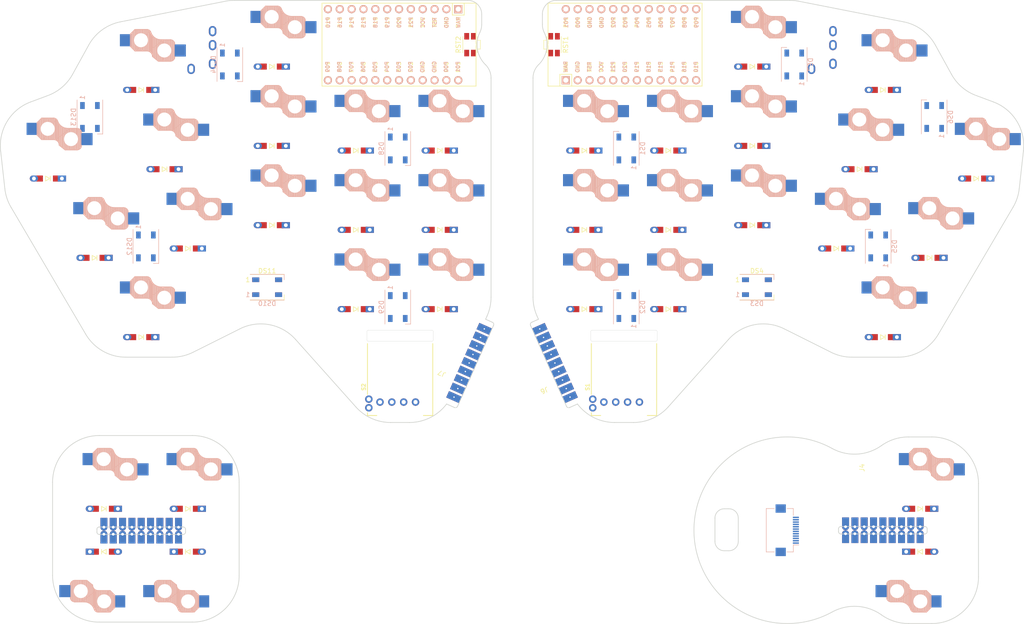
<source format=kicad_pcb>
(kicad_pcb (version 20211014) (generator pcbnew)
  (title_block (title "mainpcb") (rev "v1.0.0") (company "Unknown"))
  (layers (0 "F.Cu" signal) (31 "B.Cu" signal) (34 "B.Paste" user) (35 "F.Paste" user) (36 "B.SilkS" user "B.Silkscreen") (37 "F.SilkS" user "F.Silkscreen") (38 "B.Mask" user) (39 "F.Mask" user) (44 "Edge.Cuts" user))
  (net 0 "")
  (net 1 "far_bottom")
  (net 2 "C1")
  (net 3 "R3")
  (net 4 "far_home")
  (net 5 "R2")
  (net 6 "far_top")
  (net 7 "R1")
  (net 8 "index_bottom")
  (net 9 "C2")
  (net 10 "index_home")
  (net 11 "index_top")
  (net 12 "middle_bottom")
  (net 13 "C3")
  (net 14 "middle_home")
  (net 15 "middle_top")
  (net 16 "ring_bottom")
  (net 17 "C4")
  (net 18 "ring_home")
  (net 19 "ring_top")
  (net 20 "pinkie_bottom")
  (net 21 "C5")
  (net 22 "pinkie_home")
  (net 23 "pinkie_top")
  (net 24 "c1_r1")
  (net 25 "R4")
  (net 26 "c2_r1")
  (net 27 "mirror_far_bottom")
  (net 28 "R3_left")
  (net 29 "mirror_far_home")
  (net 30 "R2_left")
  (net 31 "mirror_far_top")
  (net 32 "R1_left")
  (net 33 "mirror_index_bottom")
  (net 34 "mirror_index_home")
  (net 35 "mirror_index_top")
  (net 36 "mirror_middle_bottom")
  (net 37 "mirror_middle_home")
  (net 38 "mirror_middle_top")
  (net 39 "mirror_ring_bottom")
  (net 40 "mirror_ring_home")
  (net 41 "mirror_ring_top")
  (net 42 "mirror_pinkie_bottom")
  (net 43 "mirror_pinkie_home")
  (net 44 "mirror_pinkie_top")
  (net 45 "mirror_c1_r1")
  (net 46 "R4_left")
  (net 47 "mirror_c1_r2")
  (net 48 "R5_left")
  (net 49 "mirror_c2_r1")
  (net 50 "mirror_c2_r2")
  (net 51 "GND")
  (net 52 "RST")
  (net 53 "VCC")
  (net 54 "TRRS_A")
  (net 55 "TRRS_B")
  (net 56 "rgb_ug1_in")
  (net 57 "rgb_ug1_out")
  (net 58 "rgb_ug2_out")
  (net 59 "rgb_ug3_out")
  (net 60 "rgb_palm_out")
  (net 61 "rgb_ug4_out")
  (net 62 "rgb_ug5_out")
  (net 63 "rgb_ug6_out")
  (net 64 "scroll_switch")
  (net 65 "scroll_r1")
  (net 66 "scroll_r2")
  (net 67 "SDA")
  (net 68 "SCL")
  (net 69 "R5")
  (footprint "LED_SMD:LED_WS2812B_PLCC4_5.0x5.0mm_P3.2mm" (layer "F.Cu") (at -50 0)
    (fp_text reference "DS11")
    (fp_text value "WS2812b")
  )
  (footprint "Library:PG1350" (layer "F.Cu") (at -67 -13)
    (fp_text reference "SW27" hide)
    (fp_text value "TRRS" hide)
  )
  (footprint "kbd:D3_TH_SMD_v2" (layer "F.Cu") (at -72 -25.3 180)
    (fp_text reference "D28" hide)
    (fp_text value "Diode" hide)
  )
  (footprint "kbd:D3_TH_SMD_v2" (layer "F.Cu") (at 18 -29.3 180)
    (fp_text reference "D3" hide)
    (fp_text value "Diode" hide)
  )
  (footprint "Library:PG1350" (layer "F.Cu") (at -85 42.8)
    (fp_text reference "SW35" hide)
    (fp_text value "TRRS" hide)
  )
  (footprint "Library:kb_90deg_connector_female_9pin" (layer "F.Cu") (at 82 52.15 90)
    (fp_text reference "J4")
    (fp_text value "Female 9pin")
    (fp_line (start -0.25 9.5) (end 0.35 9.5) (layer "Edge.Cuts") (width 0.15))
    (fp_line (start 0.35 -9.5) (end -0.25 -9.5) (layer "Edge.Cuts") (width 0.15))
    (fp_line (start 0.85 9) (end 0.85 -9) (layer "Edge.Cuts") (width 0.15))
    (fp_line (start -0.75 -9) (end -0.75 9) (layer "Edge.Cuts") (width 0.15))
    (fp_arc (start 0.35 -9.5) (mid 0.703553 -9.353553) (end 0.85 -9) (layer "Edge.Cuts") (width 0.15))
    (fp_arc (start -0.75 -9) (mid -0.603553 -9.353553) (end -0.25 -9.5) (layer "Edge.Cuts") (width 0.15))
    (fp_arc (start -0.25 9.5) (mid -0.603553 9.353553) (end -0.75 9) (layer "Edge.Cuts") (width 0.15))
    (fp_arc (start 0.85 9) (mid 0.703553 9.353553) (end 0.35 9.5) (layer "Edge.Cuts") (width 0.15))
  )
  (footprint "Library:PG1350" (layer "F.Cu") (at 36 -34)
    (fp_text reference "SW6" hide)
    (fp_text value "TRRS" hide)
  )
  (footprint "Library:PG1350" (layer "F.Cu") (at 82 -47)
    (fp_text reference "SW12" hide)
    (fp_text value "TRRS" hide)
  )
  (footprint "kbd:D3_TH_SMD_v2" (layer "F.Cu") (at 36 -12.3 180)
    (fp_text reference "D5" hide)
    (fp_text value "Diode" hide)
  )
  (footprint "Library:PG1350" (layer "F.Cu") (at -72 -30)
    (fp_text reference "SW28" hide)
    (fp_text value "TRRS" hide)
  )
  (footprint "Library:PG1350" (layer "F.Cu") (at 36 -17)
    (fp_text reference "SW5" hide)
    (fp_text value "TRRS" hide)
  )
  (footprint "kbd:D3_TH_SMD_v2" (layer "F.Cu") (at 36 -29.3 180)
    (fp_text reference "D6" hide)
    (fp_text value "Diode" hide)
  )
  (footprint "LED_SMD:LED_WS2812B_PLCC4_5.0x5.0mm_P3.2mm" (layer "F.Cu") (at 55 0)
    (fp_text reference "DS4")
    (fp_text value "WS2812b")
  )
  (footprint "kbd:D3_TH_SMD_v2" (layer "F.Cu") (at -85 56.7)
    (fp_text reference "D33" hide)
    (fp_text value "Diode" hide)
  )
  (footprint "kbd:D3_TH_SMD_v2" (layer "F.Cu") (at -13 4.7 180)
    (fp_text reference "D18" hide)
    (fp_text value "Diode" hide)
  )
  (footprint "kbd:D3_TH_SMD_v2" (layer "F.Cu") (at 54 -47.3 180)
    (fp_text reference "D9" hide)
    (fp_text value "Diode" hide)
  )
  (footprint "Library:ProMicro" (layer "F.Cu") (at 28 -52)
    (fp_text reference "U1" hide)
    (fp_text value "Pro Micro Footprint" hide)
  )
  (footprint "Library:PG1350" (layer "F.Cu") (at -31 0)
    (fp_text reference "SW21" hide)
    (fp_text value "TRRS" hide)
  )
  (footprint "kbd:D3_TH_SMD_v2" (layer "F.Cu") (at 82 10.7 180)
    (fp_text reference "D13" hide)
    (fp_text value "Diode" hide)
  )
  (footprint "kbd:D3_TH_SMD_v2" (layer "F.Cu") (at 54 -13.3 180)
    (fp_text reference "D7" hide)
    (fp_text value "Diode" hide)
  )
  (footprint "kbd:D3_TH_SMD_v2" (layer "F.Cu") (at 18 -12.3 180)
    (fp_text reference "D2" hide)
    (fp_text value "Diode" hide)
  )
  (footprint "kbd:D3_TH_SMD_v2" (layer "F.Cu") (at -67 47.5 180)
    (fp_text reference "D36" hide)
    (fp_text value "Diode" hide)
  )
  (footprint "kbd:D3_TH_SMD_v2" (layer "F.Cu") (at 102 -23.3 180)
    (fp_text reference "D15" hide)
    (fp_text value "Diode" hide)
  )
  (footprint "Library:PG1350" (layer "F.Cu") (at 18 0)
    (fp_text reference "SW1" hide)
    (fp_text value "TRRS" hide)
  )
  (footprint "kbd:D3_TH_SMD_v2" (layer "F.Cu") (at 77 -25.3 180)
    (fp_text reference "D11" hide)
    (fp_text value "Diode" hide)
  )
  (footprint "Library:kb_90deg_connector_male_9pin" (layer "F.Cu") (at -6.690667 16.247323 156.037511)
    (fp_text reference "J7")
    (fp_text value "Male 9pin")
  )
  (footprint "Library:PG1350" (layer "F.Cu") (at -67 61.4 180)
    (fp_text reference "SW34" hide)
    (fp_text value "TRRS" hide)
  )
  (footprint "kbd:D3_TH_SMD_v2" (layer "F.Cu") (at 54 -30.3 180)
    (fp_text reference "D8" hide)
    (fp_text value "Diode" hide)
  )
  (footprint "kbd:D3_TH_SMD_v2" (layer "F.Cu") (at -31 4.7 180)
    (fp_text reference "D21" hide)
    (fp_text value "Diode" hide)
  )
  (footprint "kbd:D3_TH_SMD_v2" (layer "F.Cu") (at -97 -23.3 180)
    (fp_text reference "D32" hide)
    (fp_text value "Diode" hide)
  )
  (footprint "kbd:D3_TH_SMD_v2" (layer "F.Cu") (at -49 -13.3 180)
    (fp_text reference "D24" hide)
    (fp_text value "Diode" hide)
  )
  (footprint "Library:PG1350" (layer "F.Cu") (at -31 -17)
    (fp_text reference "SW22" hide)
    (fp_text value "TRRS" hide)
  )
  (footprint "kbd:D3_TH_SMD_v2" (layer "F.Cu") (at -31 -29.3 180)
    (fp_text reference "D23" hide)
    (fp_text value "Diode" hide)
  )
  (footprint "Library:PG1350" (layer "F.Cu") (at 102 -28)
    (fp_text reference "SW15" hide)
    (fp_text value "TRRS" hide)
  )
  (footprint "kbd:D3_TH_SMD_v2" (layer "F.Cu") (at -13 -29.3 180)
    (fp_text reference "D20" hide)
    (fp_text value "Diode" hide)
  )
  (footprint "Library:PG1350" (layer "F.Cu") (at 90 42.8)
    (fp_text reference "SW17" hide)
    (fp_text value "TRRS" hide)
  )
  (footprint "Library:PG1350" (layer "F.Cu") (at 90 61.4 180)
    (fp_text reference "SW16" hide)
    (fp_text value "TRRS" hide)
  )
  (footprint "Library:PG1350" (layer "F.Cu") (at 36 0)
    (fp_text reference "SW4" hide)
    (fp_text value "TRRS" hide)
  )
  (footprint "Library:kb_90deg_connector_male_9pin" (layer "F.Cu") (at 11.690667 16.247323 -156.037511)
    (fp_text reference "J6")
    (fp_text value "Male 9pin")
  )
  (footprint "Library:EVQWGD001" (layer "F.Cu") (at -22 19 90)
    (fp_text reference "S2")
    (fp_text value "Scroll Wheel")
    (fp_line (start 7.4 -6.3) (end 7.4 7.3) (layer "Edge.Cuts") (width 0.05))
    (fp_line (start 9.8 7.3) (end 9.8 -6.3) (layer "Edge.Cuts") (width 0.05))
    (fp_line (start 7.7 7.6) (end 9.5 7.6) (layer "Edge.Cuts") (width 0.05))
    (fp_line (start 9.5 -6.6) (end 7.7 -6.6) (layer "Edge.Cuts") (width 0.05))
    (fp_arc (start 9.5 -6.6) (mid 9.712132 -6.512132) (end 9.8 -6.3) (layer "Edge.Cuts") (width 0.05))
    (fp_arc (start 7.4 -6.3) (mid 7.487868 -6.512132) (end 7.7 -6.6) (layer "Edge.Cuts") (width 0.05))
    (fp_arc (start 9.8 7.3) (mid 9.712132 7.512132) (end 9.5 7.6) (layer "Edge.Cuts") (width 0.05))
    (fp_arc (start 7.7 7.6) (mid 7.487868 7.512132) (end 7.4 7.3) (layer "Edge.Cuts") (width 0.05))
  )
  (footprint "Library:PG1350" (layer "F.Cu") (at 54 -18)
    (fp_text reference "SW7" hide)
    (fp_text value "TRRS" hide)
  )
  (footprint "kbd:D3_TH_SMD_v2" (layer "F.Cu") (at -49 -47.3 180)
    (fp_text reference "D26" hide)
    (fp_text value "Diode" hide)
  )
  (footprint "kbd:D3_TH_SMD_v2" (layer "F.Cu") (at 90 47.5 180)
    (fp_text reference "D17" hide)
    (fp_text value "Diode" hide)
  )
  (footprint "Library:PG1350" (layer "F.Cu") (at -77 6)
    (fp_text reference "SW30" hide)
    (fp_text value "TRRS" hide)
  )
  (footprint "kbd:D3_TH_SMD_v2" (layer "F.Cu") (at -77 10.7 180)
    (fp_text reference "D30" hide)
    (fp_text value "Diode" hide)
  )
  (footprint "Library:PG1350" (layer "F.Cu") (at 54 -52)
    (fp_text reference "SW9" hide)
    (fp_text value "TRRS" hide)
  )
  (footprint "Library:SW_SPST_EVQP7C" (layer "F.Cu") (at -6.5 -52 90)
    (fp_text reference "RST2")
    (fp_text value "RST")
  )
  (footprint "kbd:D3_TH_SMD_v2" (layer "F.Cu") (at 72 -8.3 180)
    (fp_text reference "D10" hide)
    (fp_text value "Diode" hide)
  )
  (footprint "Library:PG1350" (layer "F.Cu") (at -87 -11)
    (fp_text reference "SW31" hide)
    (fp_text value "TRRS" hide)
  )
  (footprint "Library:SW_SPST_EVQP7C" (layer "F.Cu") (at 11.5 -52 -90)
    (fp_text reference "RST1")
    (fp_text value "RST")
  )
  (footprint "Library:ProMicro" (layer "F.Cu") (at -23 -52 180)
    (fp_text reference "U2" hide)
    (fp_text value "Pro Micro Footprint" hide)
  )
  (footprint "Library:PG1350" (layer "F.Cu") (at -67 42.8)
    (fp_text reference "SW36" hide)
    (fp_text value "TRRS" hide)
  )
  (footprint "kbd:D3_TH_SMD_v2" (layer "F.Cu") (at -77 -42.3 180)
    (fp_text reference "D29" hide)
    (fp_text value "Diode" hide)
  )
  (footprint "Library:PG1350" (layer "F.Cu") (at 54 -35)
    (fp_text reference "SW8" hide)
    (fp_text value "TRRS" hide)
  )
  (footprint "Library:PG1350" (layer "F.Cu") (at 92 -11)
    (fp_text reference "SW14" hide)
    (fp_text value "TRRS" hide)
  )
  (footprint "Library:PG1350" (layer "F.Cu") (at 72 -13)
    (fp_text reference "SW10" hide)
    (fp_text value "TRRS" hide)
  )
  (footprint "Library:PG1350" (layer "F.Cu") (at 18 -34)
    (fp_text reference "SW3" hide)
    (fp_text value "TRRS" hide)
  )
  (footprint "kbd:D3_TH_SMD_v2" (layer "F.Cu") (at -49 -30.3 180)
    (fp_text reference "D25" hide)
    (fp_text value "Diode" hide)
  )
  (footprint "kbd:D3_TH_SMD_v2" (layer "F.Cu") (at 90 56.7)
    (fp_text reference "D16" hide)
    (fp_text value "Diode" hide)
  )
  (footprint "kbd:D3_TH_SMD_v2" (layer "F.Cu") (at -67 -8.3 180)
    (fp_text reference "D27" hide)
    (fp_text value "Diode" hide)
  )
  (footprint "kbd:D3_TH_SMD_v2" (layer "F.Cu") (at -31 -12.3 180)
    (fp_text reference "D22" hide)
    (fp_text value "Diode" hide)
  )
  (footprint "kbd:D3_TH_SMD_v2" (layer "F.Cu") (at 36 4.7 180)
    (fp_text reference "D4" hide)
    (fp_text value "Diode" hide)
  )
  (footprint "Library:TRRS-PJ-320A" (layer "F.Cu") (at 69 -53)
    (fp_text reference "J1")
    (fp_text value "TRRS")
  )
  (footprint "kbd:D3_TH_SMD_v2" (layer "F.Cu") (at -87 -6.3 180)
    (fp_text reference "D31" hide)
    (fp_text value "Diode" hide)
  )
  (footprint "Library:kb_90deg_connector_female_9pin" (layer "F.Cu") (at -77 52.15 -90)
    (fp_text reference "J5")
    (fp_text value "Female 9pin")
    (fp_line (start 0.85 9) (end 0.85 -9) (layer "Edge.Cuts") (width 0.15))
    (fp_line (start -0.75 -9) (end -0.75 9) (layer "Edge.Cuts") (width 0.15))
    (fp_line (start -0.25 9.5) (end 0.35 9.5) (layer "Edge.Cuts") (width 0.15))
    (fp_line (start 0.35 -9.5) (end -0.25 -9.5) (layer "Edge.Cuts") (width 0.15))
    (fp_arc (start -0.25 9.5) (mid -0.603553 9.353553) (end -0.75 9) (layer "Edge.Cuts") (width 0.15))
    (fp_arc (start 0.85 9) (mid 0.703553 9.353553) (end 0.35 9.5) (layer "Edge.Cuts") (width 0.15))
    (fp_arc (start -0.75 -9) (mid -0.603553 -9.353553) (end -0.25 -9.5) (layer "Edge.Cuts") (width 0.15))
    (fp_arc (start 0.35 -9.5) (mid 0.703553 -9.353553) (end 0.85 -9) (layer "Edge.Cuts") (width 0.15))
  )
  (footprint "Library:PG1350" (layer "F.Cu") (at -49 -18)
    (fp_text reference "SW24" hide)
    (fp_text value "TRRS" hide)
  )
  (footprint "Library:PG1350" (layer "F.Cu") (at 82 6)
    (fp_text reference "SW13" hide)
    (fp_text value "TRRS" hide)
  )
  (footprint "Library:TRRS-PJ-320A" (layer "F.Cu") (at -64 -53)
    (fp_text reference "J2")
    (fp_text value "TRRS")
  )
  (footprint "Library:PG1350" (layer "F.Cu") (at -13 -17)
    (fp_text reference "SW19" hide)
    (fp_text value "TRRS" hide)
  )
  (footprint "kbd:D3_TH_SMD_v2" (layer "F.Cu") (at 18 4.7 180)
    (fp_text reference "D1" hide)
    (fp_text value "Diode" hide)
  )
  (footprint "Library:PG1350" (layer "F.Cu") (at -49 -35)
    (fp_text reference "SW25" hide)
    (fp_text value "TRRS" hide)
  )
  (footprint "Library:PG1350" (layer "F.Cu") (at -31 -34)
    (fp_text reference "SW23" hide)
    (fp_text value "TRRS" hide)
  )
  (footprint "kbd:D3_TH_SMD_v2" (layer "F.Cu") (at -85 47.5 180)
    (fp_text reference "D35" hide)
    (fp_text value "Diode" hide)
  )
  (footprint "kbd:D3_TH_SMD_v2" (layer "F.Cu") (at -13 -12.3 180)
    (fp_text reference "D19" hide)
    (fp_text value "Diode" hide)
  )
  (footprint "kbd:D3_TH_SMD_v2" (layer "F.Cu") (at -67 56.7)
    (fp_text reference "D34" hide)
    (fp_text value "Diode" hide)
  )
  (footprint "Library:PG1350" (layer "F.Cu") (at -13 0)
    (fp_text reference "SW18" hide)
    (fp_text value "TRRS" hide)
  )
  (footprint "Library:PG1350" (layer "F.Cu") (at -13 -34)
    (fp_text reference "SW20" hide)
    (fp_text value "TRRS" hide)
  )
  (footprint "Library:PG1350" (layer "F.Cu") (at 18 -17)
    (fp_text reference "SW2" hide)
    (fp_text value "TRRS" hide)
  )
  (footprint "kbd:D3_TH_SMD_v2" (layer "F.Cu") (at 82 -42.3 180)
    (fp_text reference "D12" hide)
    (fp_text value "Diode" hide)
  )
  (footprint "Library:PG1350" (layer "F.Cu") (at -49 -52)
    (fp_text reference "SW26" hide)
    (fp_text value "TRRS" hide)
  )
  (footprint "Library:PG1350" (layer "F.Cu") (at -85 61.4 180)
    (fp_text reference "SW33" hide)
    (fp_text value "TRRS" hide)
  )
  (footprint "Library:EVQWGD001" (layer "F.Cu") (at 26 19 90)
    (fp_text reference "S1")
    (fp_text value "Scroll Wheel")
    (fp_line (start 7.7 7.6) (end 9.5 7.6) (layer "Edge.Cuts") (width 0.05))
    (fp_line (start 7.4 -6.3) (end 7.4 7.3) (layer "Edge.Cuts") (width 0.05))
    (fp_line (start 9.8 7.3) (end 9.8 -6.3) (layer "Edge.Cuts") (width 0.05))
    (fp_line (start 9.5 -6.6) (end 7.7 -6.6) (layer "Edge.Cuts") (width 0.05))
    (fp_arc (start 9.8 7.3) (mid 9.712132 7.512132) (end 9.5 7.6) (layer "Edge.Cuts") (width 0.05))
    (fp_arc (start 9.5 -6.6) (mid 9.712132 -6.512132) (end 9.8 -6.3) (layer "Edge.Cuts") (width 0.05))
    (fp_arc (start 7.7 7.6) (mid 7.487868 7.512132) (end 7.4 7.3) (layer "Edge.Cuts") (width 0.05))
    (fp_arc (start 7.4 -6.3) (mid 7.487868 -6.512132) (end 7.7 -6.6) (layer "Edge.Cuts") (width 0.05))
  )
  (footprint "Library:PG1350" (layer "F.Cu") (at -97 -28)
    (fp_text reference "SW32" hide)
    (fp_text value "TRRS" hide)
  )
  (footprint "kbd:D3_TH_SMD_v2" (layer "F.Cu") (at 92 -6.3 180)
    (fp_text reference "D14" hide)
    (fp_text value "Diode" hide)
  )
  (footprint "Library:PG1350" (layer "F.Cu") (at 77 -30)
    (fp_text reference "SW11" hide)
    (fp_text value "TRRS" hide)
  )
  (footprint "Library:PG1350" (layer "F.Cu") (at -77 -47)
    (fp_text reference "SW29" hide)
    (fp_text value "TRRS" hide)
  )
  (footprint "LED_SMD:LED_WS2812B_PLCC4_5.0x5.0mm_P3.2mm" (layer "B.Cu") (at 93 -36.5 90)
    (fp_text reference "DS6")
    (fp_text value "WS2812b")
  )
  (footprint "LED_SMD:LED_WS2812B_PLCC4_5.0x5.0mm_P3.2mm" (layer "B.Cu") (at -50 0)
    (fp_text reference "DS10")
    (fp_text value "WS2812b")
  )
  (footprint "LED_SMD:LED_WS2812B_PLCC4_5.0x5.0mm_P3.2mm" (layer "B.Cu") (at 27 4.25 90)
    (fp_text reference "DS2")
    (fp_text value "WS2812b")
  )
  (footprint "LED_SMD:LED_WS2812B_PLCC4_5.0x5.0mm_P3.2mm" (layer "B.Cu") (at -22 -29.75 -90)
    (fp_text reference "DS8")
    (fp_text value "WS2812b")
  )
  (footprint "LED_SMD:LED_WS2812B_PLCC4_5.0x5.0mm_P3.2mm" (layer "B.Cu") (at -22 4.25 -90)
    (fp_text reference "DS9")
    (fp_text value "WS2812b")
  )
  (footprint "LED_SMD:LED_WS2812B_PLCC4_5.0x5.0mm_P3.2mm" (layer "B.Cu") (at -88 -36.5 -90)
    (fp_text reference "DS13")
    (fp_text value "WS2812b")
  )
  (footprint "LED_SMD:LED_WS2812B_PLCC4_5.0x5.0mm_P3.2mm" (layer "B.Cu") (at -58 -47.75 -90)
    (fp_text reference "DS14")
    (fp_text value "WS2812b")
  )
  (footprint "LED_SMD:LED_WS2812B_PLCC4_5.0x5.0mm_P3.2mm" (layer "B.Cu") (at 81 -8.75 90)
    (fp_text reference "DS5")
    (fp_text value "WS2812b")
  )
  (footprint "LED_SMD:LED_WS2812B_PLCC4_5.0x5.0mm_P3.2mm" (layer "B.Cu") (at 55 0)
    (fp_text reference "DS3")
    (fp_text value "WS2812b")
  )
  (footprint "LED_SMD:LED_WS2812B_PLCC4_5.0x5.0mm_P3.2mm" (layer "B.Cu") (at 27 -29.75 90)
    (fp_text reference "DS1")
    (fp_text value "WS2812b")
  )
  (footprint "LED_SMD:LED_WS2812B_PLCC4_5.0x5.0mm_P3.2mm" (layer "B.Cu") (at 63 -47.75 90)
    (fp_text reference "DS7")
    (fp_text value "WS2812b")
  )
  (footprint "Library:Hirose_FH12-12S-0.5SH_1x12-1MP_P0.50mm_Horizontal" (layer "B.Cu") (at 61.5 52.1 90)
    (fp_text reference "J3" hide)
    (fp_text value "12pin FPC")
  )
  (footprint "LED_SMD:LED_WS2812B_PLCC4_5.0x5.0mm_P3.2mm" (layer "B.Cu") (at -76 -8.75 -90)
    (fp_text reference "DS12")
    (fp_text value "WS2812b")
  )
  (gr_arc (start 49 47.5) (mid 50.414214 48.085786) (end 51 49.5) (layer "Edge.Cuts") (width 0.15))
  (gr_line (start 60.836005 8.918003) (end 70.888544 13.944272) (layer "Edge.Cuts") (width 0.15))
  (gr_line (start 46 49.5) (end 46 54.5) (layer "Edge.Cuts") (width 0.15))
  (gr_arc (start 111.235992 -21.123932) (mid 110.785757 -19.071282) (end 109.916497 -17.158046) (layer "Edge.Cuts") (width 0.15))
  (gr_arc (start 93.899881 10.070201) (mid 90.245314 13.680495) (end 85.280539 15) (layer "Edge.Cuts") (width 0.15))
  (gr_arc (start -2 2.127856) (mid -2.217844 4.203771) (end -2.861885 6.189241) (layer "Edge.Cuts") (width 0.15))
  (gr_line (start 14.83824 25.791577) (end 16.528989 25.040133) (layer "Edge.Cuts") (width 0.15))
  (gr_arc (start -80.28054 15.000001) (mid -85.245316 13.680496) (end -88.899882 10.070201) (layer "Edge.Cuts") (width 0.15))
  (gr_line (start 111.235992 -21.123932) (end 112.138546 -29.246911) (layer "Edge.Cuts") (width 0.15))
  (gr_arc (start -55.836004 8.918002) (mid -49.485732 8.040228) (end -43.907308 11.198965) (layer "Edge.Cuts") (width 0.15))
  (gr_arc (start -23.525162 29) (mid -27.6097 28.12779) (end -30.981723 25.66331) (layer "Edge.Cuts") (width 0.15))
  (gr_arc (start 92.5 32.1) (mid 99.571068 35.028932) (end 102.5 42.1) (layer "Edge.Cuts") (width 0.15))
  (gr_line (start 75.36068 15) (end 85.280539 15) (layer "Edge.Cuts") (width 0.15))
  (gr_arc (start 105.689685 -39.722462) (mid 110.715432 -35.593596) (end 112.138546 -29.246911) (layer "Edge.Cuts") (width 0.15))
  (gr_arc (start -96 41.8) (mid -93.071068 34.728932) (end -86 31.8) (layer "Edge.Cuts") (width 0.15))
  (gr_line (start -11.528989 25.040133) (end -9.83824 25.791577) (layer "Edge.Cuts") (width 0.15))
  (gr_line (start -19.498731 29) (end -23.525162 29) (layer "Edge.Cuts") (width 0.15))
  (gr_arc (start 71.113625 69.637908) (mid 41.5 52.1) (end 71.113625 34.562092) (layer "Edge.Cuts") (width 0.15))
  (gr_line (start 87.5 72.1) (end 92.5 72.1) (layer "Edge.Cuts") (width 0.15))
  (gr_arc (start -1.715471 7.515347) (mid -1.451868 7.792763) (end -1.461635 8.175321) (layer "Edge.Cuts") (width 0.15))
  (gr_line (start -2.861885 6.189241) (end -3.164948 6.871134) (layer "Edge.Cuts") (width 0.15))
  (gr_line (start 86.423161 -56.899022) (end 63.954606 -61.312488) (layer "Edge.Cuts") (width 0.15))
  (gr_arc (start 75.36068 15) (mid 73.063151 14.73249) (end 70.888544 13.944272) (layer "Edge.Cuts") (width 0.15))
  (gr_arc (start 51 54.5) (mid 50.414214 55.914214) (end 49 56.5) (layer "Edge.Cuts") (width 0.15))
  (gr_line (start -96 41.8) (end -96 61.8) (layer "Edge.Cuts") (width 0.15))
  (gr_line (start -91.70895 -45.64777) (end -88.252424 -51.915605) (layer "Edge.Cuts") (width 0.15))
  (gr_arc (start 9 -58.5) (mid 9.87868 -60.62132) (end 12 -61.5) (layer "Edge.Cuts") (width 0.15))
  (gr_line (start -81.423161 -56.899022) (end -58.954606 -61.312488) (layer "Edge.Cuts") (width 0.15))
  (gr_line (start -1.715471 7.515346) (end -3.164948 6.871134) (layer "Edge.Cuts") (width 0.15))
  (gr_arc (start -65.888544 13.944272) (mid -68.063151 14.73249) (end -70.36068 15) (layer "Edge.Cuts") (width 0.15))
  (gr_arc (start 6.461634 8.175321) (mid 6.451867 7.792762) (end 6.715471 7.515346) (layer "Edge.Cuts") (width 0.15))
  (gr_line (start 35.981723 25.66331) (end 48.907308 11.198965) (layer "Edge.Cuts") (width 0.15))
  (gr_line (start 6.461635 8.175321) (end 14.178265 25.537741) (layer "Edge.Cuts") (width 0.15))
  (gr_arc (start -3.2 -47.715143) (mid -2.312182 -46.407765) (end -2 -44.858572) (layer "Edge.Cuts") (width 0.15))
  (gr_line (start -66 31.8) (end -86 31.8) (layer "Edge.Cuts") (width 0.15))
  (gr_line (start 51 54.5) (end 51 49.5) (layer "Edge.Cuts") (width 0.15))
  (gr_arc (start 7.861885 6.18924) (mid 7.217844 4.20377) (end 7 2.127855) (layer "Edge.Cuts") (width 0.15))
  (gr_arc (start 62.027153 -61.5) (mid 62.995429 -61.453012) (end 63.954606 -61.312488) (layer "Edge.Cuts") (width 0.15))
  (gr_line (start 49 47.5) (end 48 47.5) (layer "Edge.Cuts") (width 0.15))
  (gr_line (start 96.70895 -45.64777) (end 93.252424 -51.915605) (layer "Edge.Cuts") (width 0.15))
  (gr_arc (start -7 -61.5) (mid -4.87868 -60.62132) (end -4 -58.5) (layer "Edge.Cuts") (width 0.15))
  (gr_arc (start 46 49.5) (mid 46.585786 48.085786) (end 48 47.5) (layer "Edge.Cuts") (width 0.15))
  (gr_arc (start 24.498731 29) (mid 20.049087 27.955482) (end 16.528989 25.040133) (layer "Edge.Cuts") (width 0.15))
  (gr_arc (start -4 -56.358899) (mid -4.101282 -55.464472) (end -4.4 -54.615339) (layer "Edge.Cuts") (width 0.15))
  (gr_line (start -106.235992 -21.123932) (end -107.138546 -29.246911) (layer "Edge.Cuts") (width 0.15))
  (gr_arc (start 81.710219 33.946569) (mid 76.500329 35.77631) (end 71.113625 34.562092) (layer "Edge.Cuts") (width 0.15))
  (gr_arc (start -11.528989 25.040133) (mid -15.049087 27.955482) (end -19.498731 29) (layer "Edge.Cuts") (width 0.15))
  (gr_line (start 93.899882 10.070201) (end 109.916497 -17.158046) (layer "Edge.Cuts") (width 0.15))
  (gr_line (start 12 -61.5) (end 62.027153 -61.5) (layer "Edge.Cuts") (width 0.15))
  (gr_arc (start -58.954606 -61.312488) (mid -57.995429 -61.453011) (end -57.027153 -61.5) (layer "Edge.Cuts") (width 0.15))
  (gr_line (start 8.164948 6.871134) (end 6.715471 7.515346) (layer "Edge.Cuts") (width 0.15))
  (gr_arc (start -104.916497 -17.158046) (mid -105.785757 -19.071282) (end -106.235992 -21.123932) (layer "Edge.Cuts") (width 0.15))
  (gr_arc (start 35.981723 25.66331) (mid 32.6097 28.12779) (end 28.525162 29) (layer "Edge.Cuts") (width 0.15))
  (gr_line (start 9 -56.358899) (end 9 -58.5) (layer "Edge.Cuts") (width 0.15))
  (gr_arc (start 7 -44.858572) (mid 7.312182 -46.407765) (end 8.2 -47.715143) (layer "Edge.Cuts") (width 0.15))
  (gr_arc (start -9.178265 25.53774) (mid -9.455681 25.801344) (end -9.83824 25.791577) (layer "Edge.Cuts") (width 0.15))
  (gr_arc (start 102.5 62.1) (mid 99.571068 69.171068) (end 92.5 72.1) (layer "Edge.Cuts") (width 0.15))
  (gr_line (start 92.5 32.1) (end 87.5 32.1) (layer "Edge.Cuts") (width 0.15))
  (gr_line (start -86 71.8) (end -66 71.8) (layer "Edge.Cuts") (width 0.15))
  (gr_arc (start 86.423161 -56.899022) (mid 90.390322 -55.164499) (end 93.252424 -51.915605) (layer "Edge.Cuts") (width 0.15))
  (gr_line (start -70.36068 15) (end -80.280539 15) (layer "Edge.Cuts") (width 0.15))
  (gr_arc (start -91.70895 -45.64777) (mid -93.934725 -42.904073) (end -96.975689 -41.105605) (layer "Edge.Cuts") (width 0.15))
  (gr_line (start -4 -58.5) (end -4 -56.358899) (layer "Edge.Cuts") (width 0.15))
  (gr_arc (start 9.4 -54.615339) (mid 9.101282 -55.464472) (end 9 -56.358899) (layer "Edge.Cuts") (width 0.15))
  (gr_line (start -56 61.8) (end -56 41.8) (layer "Edge.Cuts") (width 0.15))
  (gr_arc (start 71.113625 69.637908) (mid 76.500329 68.42369) (end 81.710219 70.253431) (layer "Edge.Cuts") (width 0.15))
  (gr_line (start -88.899882 10.070201) (end -104.916497 -17.158046) (layer "Edge.Cuts") (width 0.15))
  (gr_arc (start -66 31.8) (mid -58.928932 34.728932) (end -56 41.8) (layer "Edge.Cuts") (width 0.15))
  (gr_line (start -55.836005 8.918003) (end -65.888544 13.944272) (layer "Edge.Cuts") (width 0.15))
  (gr_line (start 7.861885 6.189241) (end 8.164948 6.871134) (layer "Edge.Cuts") (width 0.15))
  (gr_arc (start 48.907309 11.198964) (mid 54.485734 8.040228) (end 60.836005 8.918003) (layer "Edge.Cuts") (width 0.15))
  (gr_arc (start 101.975689 -41.105605) (mid 98.934725 -42.904073) (end 96.70895 -45.64777) (layer "Edge.Cuts") (width 0.15))
  (gr_line (start 102.5 62.1) (end 102.5 42.1) (layer "Edge.Cuts") (width 0.15))
  (gr_line (start 24.498731 29) (end 28.525162 29) (layer "Edge.Cuts") (width 0.15))
  (gr_arc (start -88.252424 -51.915605) (mid -85.390322 -55.164499) (end -81.423161 -56.899022) (layer "Edge.Cuts") (width 0.15))
  (gr_line (start -2 2.127855) (end -2 -44.858572) (layer "Edge.Cuts") (width 0.15))
  (gr_arc (start 87.5 72.1) (mid 84.46144 71.62718) (end 81.710219 70.253431) (layer "Edge.Cuts") (width 0.15))
  (gr_arc (start -56 61.8) (mid -58.928932 68.871068) (end -66 71.8) (layer "Edge.Cuts") (width 0.15))
  (gr_arc (start 81.710219 33.946569) (mid 84.46144 32.57282) (end 87.5 32.1) (layer "Edge.Cuts") (width 0.15))
  (gr_arc (start 48 56.5) (mid 46.585786 55.914214) (end 46 54.5) (layer "Edge.Cuts") (width 0.15))
  (gr_arc (start 9.4 -54.615339) (mid 9.911275 -50.971981) (end 8.2 -47.715143) (layer "Edge.Cuts") (width 0.15))
  (gr_line (start 105.689685 -39.722462) (end 101.975689 -41.105605) (layer "Edge.Cuts") (width 0.15))
  (gr_arc (start -86 71.8) (mid -93.071068 68.871068) (end -96 61.8) (layer "Edge.Cuts") (width 0.15))
  (gr_line (start -100.689685 -39.722462) (end -96.975689 -41.105605) (layer "Edge.Cuts") (width 0.15))
  (gr_line (start -57.027153 -61.5) (end -7 -61.5) (layer "Edge.Cuts") (width 0.15))
  (gr_arc (start 14.838241 25.791577) (mid 14.455682 25.801345) (end 14.178265 25.537741) (layer "Edge.Cuts") (width 0.15))
  (gr_line (start 48 56.5) (end 49 56.5) (layer "Edge.Cuts") (width 0.15))
  (gr_line (start 7 2.127855) (end 7 -44.858572) (layer "Edge.Cuts") (width 0.15))
  (gr_line (start -30.981723 25.66331) (end -43.907308 11.198965) (layer "Edge.Cuts") (width 0.15))
  (gr_line (start -9.178265 25.537741) (end -1.461635 8.175321) (layer "Edge.Cuts") (width 0.15))
  (gr_arc (start -3.2 -47.715143) (mid -4.911275 -50.971981) (end -4.4 -54.615339) (layer "Edge.Cuts") (width 0.15))
  (gr_arc (start -107.138546 -29.246911) (mid -105.715432 -35.593597) (end -100.689685 -39.722462) (layer "Edge.Cuts") (width 0.15))
)
</source>
